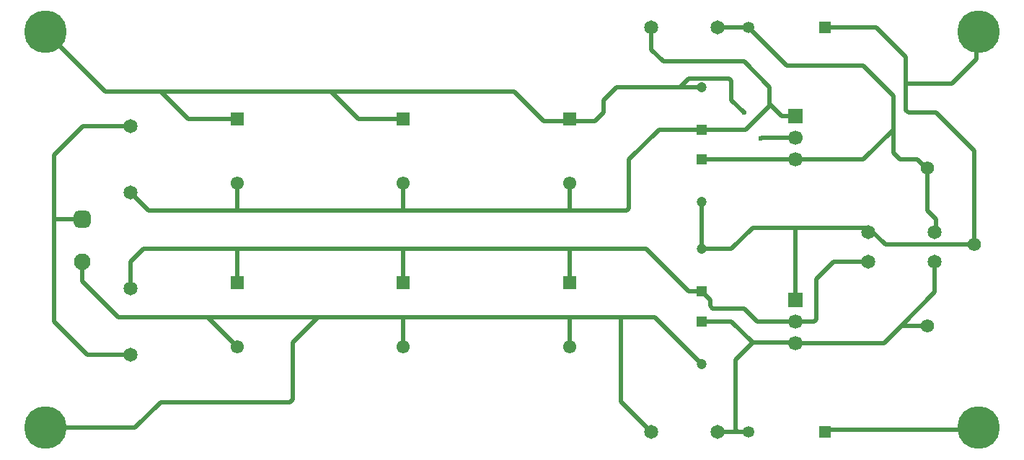
<source format=gbr>
G04*
G04 #@! TF.GenerationSoftware,Altium Limited,Altium Designer,24.5.1 (21)*
G04*
G04 Layer_Physical_Order=2*
G04 Layer_Color=16711680*
%FSLAX25Y25*%
%MOIN*%
G70*
G04*
G04 #@! TF.SameCoordinates,C76CA4C4-4B78-49E4-996D-9464DF6DB47D*
G04*
G04*
G04 #@! TF.FilePolarity,Positive*
G04*
G01*
G75*
%ADD18C,0.04724*%
%ADD19R,0.04724X0.04724*%
%ADD21R,0.06102X0.06102*%
%ADD22C,0.06102*%
%ADD29C,0.01968*%
%ADD30C,0.06693*%
%ADD31R,0.06693X0.06693*%
%ADD32C,0.06496*%
%ADD33C,0.06181*%
G04:AMPARAMS|DCode=34|XSize=76.77mil|YSize=76.77mil|CornerRadius=19.19mil|HoleSize=0mil|Usage=FLASHONLY|Rotation=270.000|XOffset=0mil|YOffset=0mil|HoleType=Round|Shape=RoundedRectangle|*
%AMROUNDEDRECTD34*
21,1,0.07677,0.03839,0,0,270.0*
21,1,0.03839,0.07677,0,0,270.0*
1,1,0.03839,-0.01919,-0.01919*
1,1,0.03839,-0.01919,0.01919*
1,1,0.03839,0.01919,0.01919*
1,1,0.03839,0.01919,-0.01919*
%
%ADD34ROUNDEDRECTD34*%
%ADD35C,0.07677*%
%ADD36C,0.19685*%
%ADD37C,0.05315*%
%ADD38R,0.05315X0.05315*%
%ADD39C,0.02362*%
D18*
X316929Y43307D02*
D03*
Y96457D02*
D03*
Y171260D02*
D03*
Y118110D02*
D03*
D19*
Y62992D02*
D03*
Y76772D02*
D03*
Y151575D02*
D03*
Y137795D02*
D03*
D21*
X179134Y156496D02*
D03*
X102362Y80709D02*
D03*
X255906D02*
D03*
X179134D02*
D03*
X102362Y156496D02*
D03*
X255906D02*
D03*
D22*
X179134Y126969D02*
D03*
X102362Y51181D02*
D03*
X255906D02*
D03*
X179134D02*
D03*
X102362Y126969D02*
D03*
X255906D02*
D03*
D29*
X424803Y104331D02*
X425197Y104724D01*
Y110236D01*
X421260Y114173D02*
X425197Y110236D01*
X386614Y106299D02*
X390551D01*
X421260Y114173D02*
Y133858D01*
X390551Y106299D02*
X394094D01*
X316929Y137795D02*
X360236D01*
X330709Y165354D02*
Y174044D01*
X329556Y175197D02*
X330709Y174044D01*
X311024Y175197D02*
X329556D01*
X307087Y171260D02*
X311024Y175197D01*
X330709Y165354D02*
X336614Y159449D01*
X344488Y147638D02*
X344646Y147795D01*
X360236D01*
X348425Y162590D02*
Y163386D01*
X337410Y151575D02*
X348425Y162590D01*
X316929Y151575D02*
X337410D01*
X360236Y137795D02*
X391732D01*
X297244Y151575D02*
X316929D01*
X360236Y106299D02*
X386614D01*
X409449Y61024D02*
X424803Y76378D01*
Y90551D01*
X409449Y61024D02*
X421260D01*
X401260Y52835D02*
X409449Y61024D01*
X360236Y52835D02*
X401260D01*
X324410Y11811D02*
X333830D01*
X338583D01*
X332677Y12964D02*
Y45276D01*
Y12964D02*
X333830Y11811D01*
X332677Y45276D02*
X340551Y53150D01*
X359921D02*
X360236Y52835D01*
X340551Y53150D02*
X359921D01*
X316929Y62992D02*
X330709D01*
X340551Y53150D01*
X360079Y62992D02*
X360236Y62835D01*
X342520Y62992D02*
X360079D01*
X320866Y70051D02*
X322019Y68898D01*
X320866Y70051D02*
Y72835D01*
X322019Y68898D02*
X336614D01*
X342520Y62992D01*
X316929Y76772D02*
X320866Y72835D01*
X360236Y62835D02*
X368926D01*
X370079Y63988D01*
Y82677D01*
X377953Y90551D02*
X394094D01*
X370079Y82677D02*
X377953Y90551D01*
X394094Y106299D02*
X401968Y98425D01*
X442913D01*
X307087Y171260D02*
X316929D01*
X277559D02*
X307087D01*
X405512Y151575D02*
Y167323D01*
Y140917D02*
Y151575D01*
X391732Y137795D02*
X405512Y151575D01*
X408638Y137791D02*
X416646D01*
X420578Y133858D02*
X421260D01*
X416646Y137791D02*
X420578Y133858D01*
X405512Y140917D02*
X408638Y137791D01*
X391732Y181102D02*
X405512Y167323D01*
X356299Y181102D02*
X391732D01*
X338583Y198819D02*
X356299Y181102D01*
X279528Y64961D02*
X295276D01*
X255906D02*
X279528D01*
Y25984D02*
X293701Y11811D01*
X279528Y25984D02*
Y64961D01*
X340551Y106299D02*
X360236D01*
Y72835D02*
Y106299D01*
X330709Y96457D02*
X340551Y106299D01*
X316929Y96457D02*
X330709D01*
X316929D02*
Y118110D01*
X354016Y157795D02*
X360236D01*
X348425Y163386D02*
X354016Y157795D01*
X348425Y163386D02*
Y171260D01*
X336614Y183071D02*
X348425Y171260D01*
X299213Y183071D02*
X336614D01*
X293701Y188583D02*
X299213Y183071D01*
X293701Y188583D02*
Y198819D01*
X411417Y172821D02*
Y185039D01*
Y160602D02*
Y172821D01*
X432663D01*
X443898Y184055D01*
Y195866D02*
X444882Y196850D01*
X443898Y184055D02*
Y195866D01*
X442913Y98425D02*
Y141732D01*
X425197Y159449D02*
X442913Y141732D01*
X411417Y160602D02*
X412570Y159449D01*
X425197D01*
X374016Y198819D02*
X397638D01*
X411417Y185039D01*
X375000Y12795D02*
X443898D01*
X374016Y11811D02*
X375000Y12795D01*
X443898D02*
X444882Y13780D01*
X102362Y114173D02*
X179134D01*
X61417D02*
X102362D01*
Y126969D01*
X179134Y114173D02*
X255906D01*
X179134D02*
Y126969D01*
X255906Y114173D02*
X282311D01*
X255906D02*
Y126969D01*
X283465Y137795D02*
X297244Y151575D01*
X283465Y115326D02*
Y137795D01*
X282311Y114173D02*
X283465Y115326D01*
X53150Y122441D02*
X61417Y114173D01*
X324410Y198819D02*
X338583D01*
X230315Y169291D02*
X244094Y155512D01*
X267717D01*
X271654Y159449D01*
Y165354D01*
X277559Y171260D01*
X145669Y169291D02*
X230315D01*
X66929D02*
X145669D01*
Y169291D02*
Y169291D01*
Y169291D02*
X158465Y156496D01*
X179134D01*
X178150Y157480D02*
X179134Y156496D01*
X41339Y169291D02*
X66929D01*
X79724Y156496D01*
X102362D01*
X13780Y196850D02*
X41339Y169291D01*
X102362Y96457D02*
X179134D01*
X59055D02*
X102362D01*
Y80709D02*
Y96457D01*
X179134D02*
X255906D01*
X179134Y80709D02*
Y96457D01*
X255906D02*
X291339D01*
X255906Y80709D02*
Y96457D01*
X311024Y76772D02*
X316929D01*
X291339Y96457D02*
X311024Y76772D01*
X53150Y78347D02*
Y90551D01*
X59055Y96457D01*
X17717Y110236D02*
Y139764D01*
Y62992D02*
Y110236D01*
X30512D01*
X17717Y62992D02*
X33071Y47638D01*
X53150D01*
X17717Y139764D02*
X31102Y153150D01*
X53150D01*
X139764Y64961D02*
X179134D01*
X88583D02*
X139764D01*
X127953Y26744D02*
Y53150D01*
X66929Y25591D02*
X126800D01*
X127953Y26744D01*
Y53150D02*
X139764Y64961D01*
X55118Y13780D02*
X66929Y25591D01*
X13780Y13780D02*
X55118D01*
X179134Y64961D02*
X255906D01*
Y51181D02*
Y64961D01*
X179134Y51181D02*
Y64961D01*
X295276D02*
X316929Y43307D01*
X47244Y64961D02*
X88583D01*
X30512Y81693D02*
Y90551D01*
Y81693D02*
X47244Y64961D01*
X88583D02*
X102362Y51181D01*
D30*
X360236Y137795D02*
D03*
Y147795D02*
D03*
Y62835D02*
D03*
Y52835D02*
D03*
D31*
Y157795D02*
D03*
Y72835D02*
D03*
D32*
X53150Y122441D02*
D03*
Y153150D02*
D03*
Y78347D02*
D03*
Y47638D02*
D03*
X324410Y198819D02*
D03*
X293701D02*
D03*
X394094Y90551D02*
D03*
X424803D02*
D03*
X394094Y104331D02*
D03*
X424803D02*
D03*
X324410Y11811D02*
D03*
X293701D02*
D03*
D33*
X442913Y98425D02*
D03*
X421260Y61024D02*
D03*
Y133858D02*
D03*
D34*
X30512Y110236D02*
D03*
D35*
Y90551D02*
D03*
D36*
X444882Y196850D02*
D03*
X13780Y13780D02*
D03*
X444882D02*
D03*
X13780Y196850D02*
D03*
D37*
X338583Y11811D02*
D03*
Y198819D02*
D03*
D38*
X374016Y11811D02*
D03*
Y198819D02*
D03*
D39*
X336614Y159449D02*
D03*
X344488Y147638D02*
D03*
M02*

</source>
